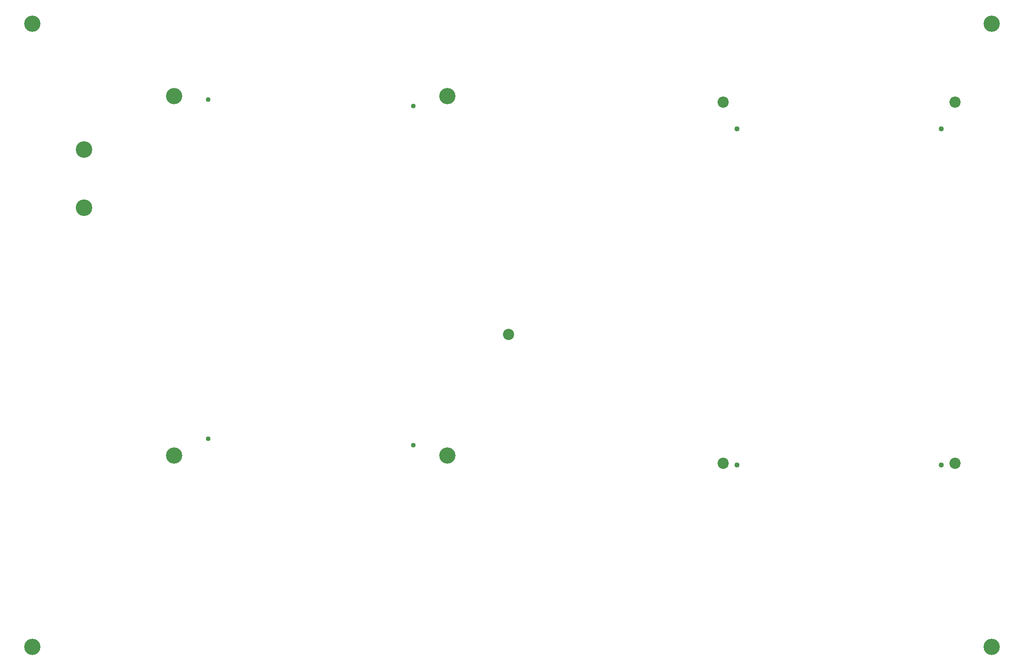
<source format=gbr>
%TF.GenerationSoftware,KiCad,Pcbnew,9.0.2*%
%TF.CreationDate,2025-10-06T13:04:14-05:00*%
%TF.ProjectId,PSEC5_Ctrl_Board,50534543-355f-4437-9472-6c5f426f6172,rev?*%
%TF.SameCoordinates,Original*%
%TF.FileFunction,NonPlated,1,10,NPTH,Drill*%
%TF.FilePolarity,Positive*%
%FSLAX46Y46*%
G04 Gerber Fmt 4.6, Leading zero omitted, Abs format (unit mm)*
G04 Created by KiCad (PCBNEW 9.0.2) date 2025-10-06 13:04:14*
%MOMM*%
%LPD*%
G01*
G04 APERTURE LIST*
%TA.AperFunction,ComponentDrill*%
%ADD10C,0.950000*%
%TD*%
%TA.AperFunction,ComponentDrill*%
%ADD11C,1.020000*%
%TD*%
%TA.AperFunction,ComponentDrill*%
%ADD12C,2.200000*%
%TD*%
%TA.AperFunction,ComponentDrill*%
%ADD13C,3.200000*%
%TD*%
%TA.AperFunction,ComponentDrill*%
%ADD14C,3.250000*%
%TD*%
G04 APERTURE END LIST*
D10*
%TO.C,J10*%
X102108000Y-57404000D03*
%TO.C,J5*%
X102108000Y-124016000D03*
%TO.C,J10*%
X142378000Y-58674000D03*
%TO.C,J5*%
X142378000Y-125286000D03*
D11*
%TO.C,J2*%
X205957000Y-63122000D03*
%TO.C,J4*%
X205957000Y-129182000D03*
%TO.C,J2*%
X246093000Y-63122000D03*
%TO.C,J4*%
X246093000Y-129182000D03*
D12*
%TO.C,H14*%
X161117000Y-103487000D03*
%TO.C,H9*%
X203266000Y-57900000D03*
%TO.C,H11*%
X203266600Y-128870500D03*
%TO.C,H10*%
X248841600Y-57900000D03*
%TO.C,H12*%
X248841600Y-128870500D03*
D13*
%TO.C,H1*%
X67600000Y-42500000D03*
%TO.C,H3*%
X67600000Y-164900000D03*
%TO.C,H5*%
X95418000Y-56655000D03*
%TO.C,H7*%
X95418000Y-127305000D03*
%TO.C,H6*%
X149068000Y-56655000D03*
%TO.C,H8*%
X149068000Y-127305000D03*
%TO.C,H2*%
X256000000Y-42500000D03*
%TO.C,H4*%
X256000000Y-164900000D03*
D14*
%TO.C,T1*%
X77694000Y-67183000D03*
X77694000Y-78613000D03*
M02*

</source>
